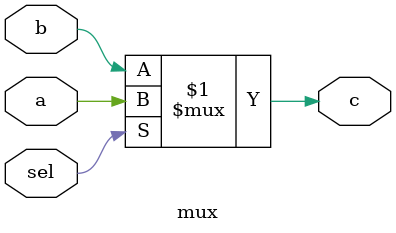
<source format=v>
module mux (input a,b,sel,
		output c
);

	assign c = sel ?a:b;
endmodule



</source>
